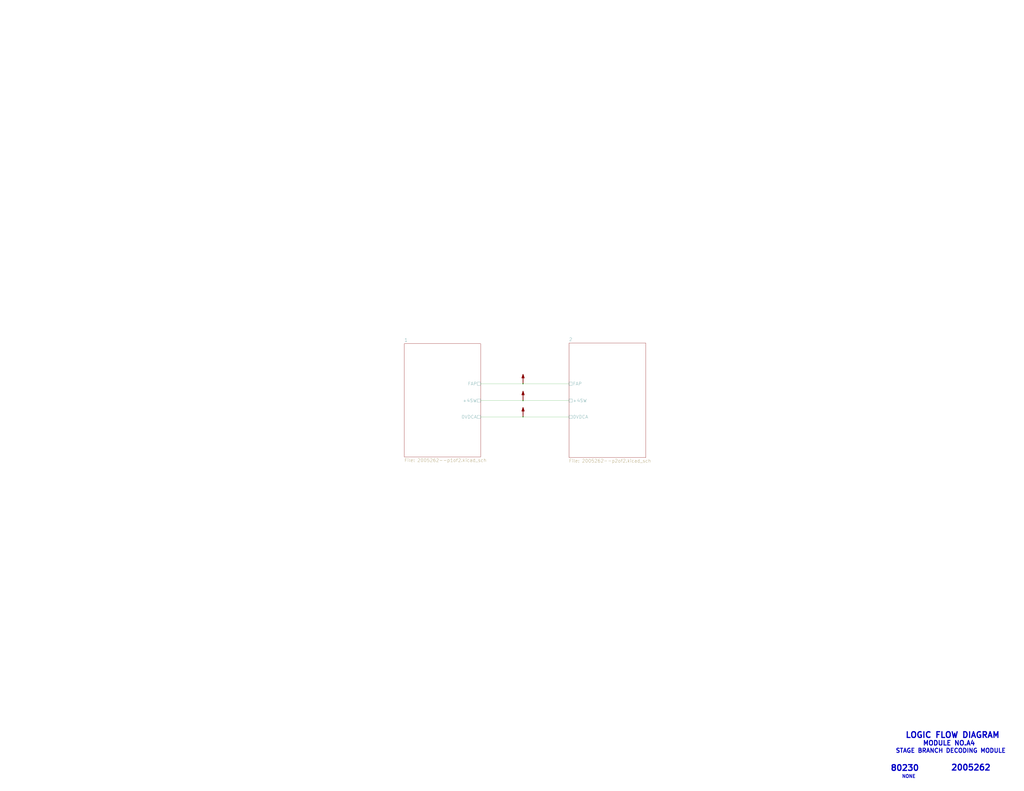
<source format=kicad_sch>
(kicad_sch (version 20211123) (generator eeschema)
  (paper "E")
  (lib_symbols
    (symbol "AGC_DSKY:PWR_FLAG" (power) (pin_numbers hide) (pin_names (offset 0) hide)
      (symbol "PWR_FLAG_0_0"
        (pin power_out line (at 0 0 90) (length 0) (name "pwr") (number "1"))
      )
      (symbol "PWR_FLAG_0_1"
        (polyline (pts (xy 0 0) (xy 0 10.16)) (stroke (width 0.762)))
        (polyline (pts (xy 0 10.16) (xy -1.27 6.35) (xy 1.27 6.35) (xy 0 10.16)) (stroke (width 0.762)) (fill (type outline)))
      )
    )
  )
  (junction (at 570.865 437.515))
  (junction (at 570.865 455.295))
  (junction (at 570.865 419.1))
  (wire (pts (xy 570.865 419.1) (xy 621.03 419.1)))
  (wire (pts (xy 621.03 437.515) (xy 570.865 437.515)))
  (wire (pts (xy 524.51 419.1) (xy 570.865 419.1)))
  (wire (pts (xy 570.865 455.295) (xy 621.03 455.295)))
  (wire (pts (xy 570.865 437.515) (xy 524.51 437.515)))
  (wire (pts (xy 524.51 455.295) (xy 570.865 455.295)))
  (text "NONE" (at 984.1992 849.9856 0) (effects (font (size 3.556 3.556) (thickness 0.7112) bold) (justify left bottom)))
  (text "STAGE BRANCH DECODING MODULE" (at 977.2904 822.5536 0) (effects (font (size 4.572 4.572) (thickness 0.9144) bold) (justify left bottom)))
  (text "MODULE NO.A4" (at 1006.9576 814.6288 0) (effects (font (size 5.08 5.08) (thickness 1.016) bold) (justify left bottom)))
  (text "80230" (at 971.6008 842.4672 0) (effects (font (size 6.35 6.35) (thickness 1.27) bold) (justify left bottom)))
  (text "LOGIC FLOW DIAGRAM" (at 987.8568 806.5008 0) (effects (font (size 6.35 6.35) (thickness 1.27) bold) (justify left bottom)))
  (text "2005262" (at 1037.6408 842.0608 0) (effects (font (size 6.35 6.35) (thickness 1.27) bold) (justify left bottom)))
  (symbol (lib_id "AGC_DSKY:PWR_FLAG") (at 570.865 419.1 0) (unit 1)
    (property "Reference" "#FLG01" (effects hide))
    (property "Value" "PWR_FLAG" (effects hide))
  )
  (symbol (lib_id "AGC_DSKY:PWR_FLAG") (at 570.865 437.515 0) (unit 1)
    (property "Reference" "#FLG02" (effects hide))
    (property "Value" "PWR_FLAG" (effects hide))
  )
  (symbol (lib_id "AGC_DSKY:PWR_FLAG") (at 570.865 455.295 0) (unit 1)
    (property "Reference" "#FLG03" (effects hide))
    (property "Value" "PWR_FLAG" (effects hide))
  )
  (sheet (at 441.325 375.285) (size 83.185 123.825)
    (property "Sheet name" "1" (at 441.325 373.4304 0) (effects (font (size 3.556 3.556)) (justify left bottom)))
    (property "Sheet file" "2005262--p1of2.kicad_sch" (at 441.325 500.609 0) (effects (font (size 3.556 3.556)) (justify left top)))
    (pin "FAP" passive (at 524.51 419.1 0) (effects (font (size 3.556 3.556))))
    (pin "0VDCA" passive (at 524.51 455.295 0) (effects (font (size 3.556 3.556))))
    (pin "+4SW" passive (at 524.51 437.515 0) (effects (font (size 3.556 3.556))))
  )
  (sheet (at 621.03 374.65) (size 83.82 125.095)
    (property "Sheet name" "2" (at 621.03 372.7954 0) (effects (font (size 3.556 3.556)) (justify left bottom)))
    (property "Sheet file" "2005262--p2of2.kicad_sch" (at 621.03 501.244 0) (effects (font (size 3.556 3.556)) (justify left top)))
    (pin "FAP" passive (at 621.03 419.1 180) (effects (font (size 3.556 3.556))))
    (pin "+4SW" passive (at 621.03 437.515 180) (effects (font (size 3.556 3.556))))
    (pin "0VDCA" passive (at 621.03 455.295 180) (effects (font (size 3.556 3.556))))
  )
)
</source>
